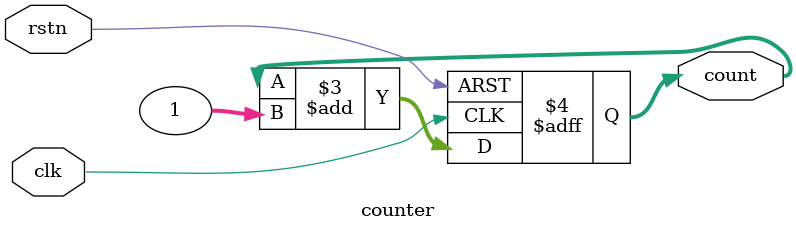
<source format=sv>
`timescale 1ns / 1ps

module counter #(
    parameter COUNTER_WIDTH = 64
) (
    input   wire clk,
    input   wire rstn,
    output  reg [COUNTER_WIDTH - 1:0] count
    );

always @(posedge clk or negedge rstn) begin
    if (~rstn) begin
        count <= 0;
    end else begin
        count <= count + 1;
    end
end

endmodule

</source>
